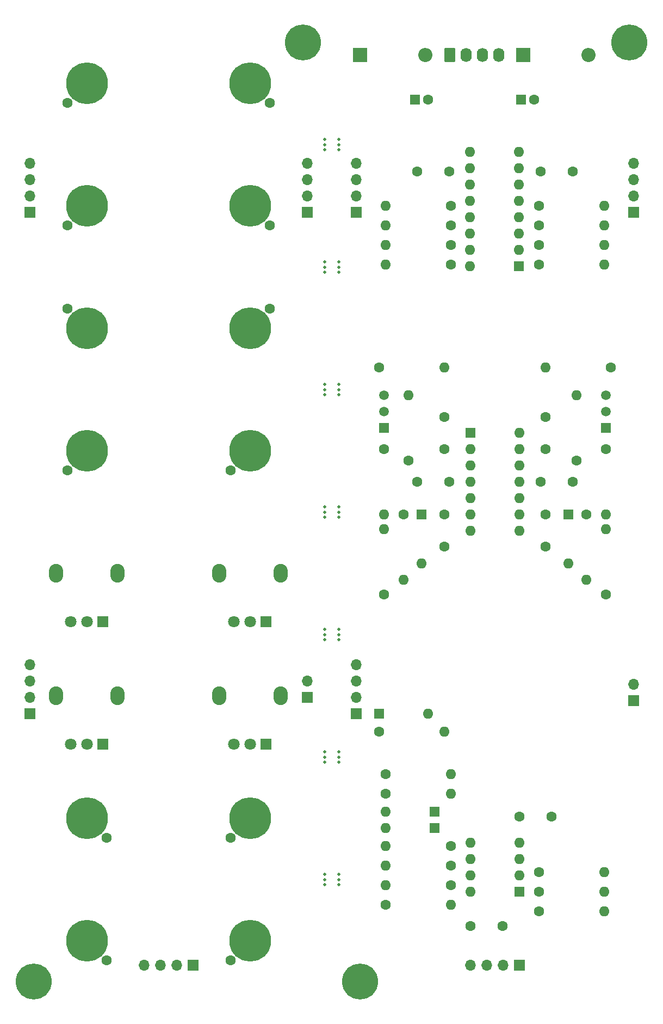
<source format=gts>
%TF.GenerationSoftware,KiCad,Pcbnew,(6.0.6-0)*%
%TF.CreationDate,2022-09-03T01:28:16+01:00*%
%TF.ProjectId,4u-variable-integrator,34752d76-6172-4696-9162-6c652d696e74,r02*%
%TF.SameCoordinates,Original*%
%TF.FileFunction,Soldermask,Top*%
%TF.FilePolarity,Negative*%
%FSLAX46Y46*%
G04 Gerber Fmt 4.6, Leading zero omitted, Abs format (unit mm)*
G04 Created by KiCad (PCBNEW (6.0.6-0)) date 2022-09-03 01:28:16*
%MOMM*%
%LPD*%
G01*
G04 APERTURE LIST*
G04 Aperture macros list*
%AMRoundRect*
0 Rectangle with rounded corners*
0 $1 Rounding radius*
0 $2 $3 $4 $5 $6 $7 $8 $9 X,Y pos of 4 corners*
0 Add a 4 corners polygon primitive as box body*
4,1,4,$2,$3,$4,$5,$6,$7,$8,$9,$2,$3,0*
0 Add four circle primitives for the rounded corners*
1,1,$1+$1,$2,$3*
1,1,$1+$1,$4,$5*
1,1,$1+$1,$6,$7*
1,1,$1+$1,$8,$9*
0 Add four rect primitives between the rounded corners*
20,1,$1+$1,$2,$3,$4,$5,0*
20,1,$1+$1,$4,$5,$6,$7,0*
20,1,$1+$1,$6,$7,$8,$9,0*
20,1,$1+$1,$8,$9,$2,$3,0*%
G04 Aperture macros list end*
%ADD10C,1.600000*%
%ADD11O,1.600000X1.600000*%
%ADD12R,1.500000X1.500000*%
%ADD13C,1.500000*%
%ADD14R,1.700000X1.700000*%
%ADD15O,1.700000X1.700000*%
%ADD16C,5.600000*%
%ADD17C,0.500000*%
%ADD18R,1.600000X1.600000*%
%ADD19R,2.200000X2.200000*%
%ADD20O,2.200000X2.200000*%
%ADD21RoundRect,0.250000X-0.620000X-0.845000X0.620000X-0.845000X0.620000X0.845000X-0.620000X0.845000X0*%
%ADD22O,1.740000X2.190000*%
%ADD23O,2.200000X2.900000*%
%ADD24R,1.800000X1.800000*%
%ADD25C,1.800000*%
%ADD26C,6.500000*%
G04 APERTURE END LIST*
D10*
%TO.C,R21*%
X116332000Y-154940000D03*
D11*
X126492000Y-154940000D03*
%TD*%
D12*
%TO.C,Q2*%
X150622000Y-98044000D03*
D13*
X150622000Y-95504000D03*
X150622000Y-92964000D03*
%TD*%
D10*
%TO.C,C5*%
X126238000Y-58166000D03*
X121238000Y-58166000D03*
%TD*%
%TO.C,R22*%
X140208000Y-170180000D03*
D11*
X150368000Y-170180000D03*
%TD*%
D10*
%TO.C,R11*%
X140208000Y-69596000D03*
D11*
X150368000Y-69596000D03*
%TD*%
D14*
%TO.C,J20*%
X86360000Y-181610000D03*
D15*
X83820000Y-181610000D03*
X81280000Y-181610000D03*
X78740000Y-181610000D03*
%TD*%
D16*
%TO.C,H3*%
X112395000Y-184150000D03*
%TD*%
D17*
%TO.C,mouse-bite-2.54mm-slot*%
X106850000Y-92075000D03*
X109050000Y-91275000D03*
X109050000Y-92875000D03*
X109050000Y-92075000D03*
X106850000Y-91275000D03*
X106850000Y-92875000D03*
%TD*%
D18*
%TO.C,D5*%
X115316000Y-142494000D03*
D11*
X122936000Y-142494000D03*
%TD*%
D16*
%TO.C,H2*%
X103505000Y-38100000D03*
%TD*%
D10*
%TO.C,R8*%
X126492000Y-72644000D03*
D11*
X116332000Y-72644000D03*
%TD*%
D18*
%TO.C,U2*%
X137150000Y-72898000D03*
D11*
X137150000Y-70358000D03*
X137150000Y-67818000D03*
X137150000Y-65278000D03*
X137150000Y-62738000D03*
X137150000Y-60198000D03*
X137150000Y-57658000D03*
X137150000Y-55118000D03*
X129530000Y-55118000D03*
X129530000Y-57658000D03*
X129530000Y-60198000D03*
X129530000Y-62738000D03*
X129530000Y-65278000D03*
X129530000Y-67818000D03*
X129530000Y-70358000D03*
X129530000Y-72898000D03*
%TD*%
D14*
%TO.C,J14*%
X104140000Y-139954000D03*
D15*
X104140000Y-137414000D03*
%TD*%
D10*
%TO.C,R6*%
X126492000Y-63500000D03*
D11*
X116332000Y-63500000D03*
%TD*%
D17*
%TO.C,mouse-bite-2.54mm-slot*%
X106850000Y-73825000D03*
X109050000Y-73025000D03*
X109050000Y-72225000D03*
X106850000Y-73025000D03*
X109050000Y-73825000D03*
X106850000Y-72225000D03*
%TD*%
D10*
%TO.C,C3*%
X141224000Y-111506000D03*
X141224000Y-116506000D03*
%TD*%
D17*
%TO.C,mouse-bite-2.54mm-slot*%
X106850000Y-53975000D03*
X109050000Y-53975000D03*
X106850000Y-54775000D03*
X109050000Y-53175000D03*
X109050000Y-54775000D03*
X106850000Y-53175000D03*
%TD*%
D10*
%TO.C,R19*%
X115316000Y-145288000D03*
D11*
X125476000Y-145288000D03*
%TD*%
D17*
%TO.C,mouse-bite-2.54mm-slot*%
X106850000Y-130175000D03*
X109050000Y-130975000D03*
X109050000Y-129375000D03*
X109050000Y-130175000D03*
X106850000Y-130975000D03*
X106850000Y-129375000D03*
%TD*%
D19*
%TO.C,D4*%
X137795000Y-40005000D03*
D20*
X147955000Y-40005000D03*
%TD*%
D10*
%TO.C,R4*%
X119126000Y-111506000D03*
D11*
X119126000Y-121666000D03*
%TD*%
D10*
%TO.C,R10*%
X140208000Y-66548000D03*
D11*
X150368000Y-66548000D03*
%TD*%
D10*
%TO.C,R1*%
X126492000Y-66548000D03*
D11*
X116332000Y-66548000D03*
%TD*%
D10*
%TO.C,R14*%
X150622000Y-123952000D03*
D11*
X150622000Y-113792000D03*
%TD*%
D19*
%TO.C,D3*%
X112395000Y-40005000D03*
D20*
X122555000Y-40005000D03*
%TD*%
D18*
%TO.C,U4*%
X137160000Y-170180000D03*
D11*
X137160000Y-167640000D03*
X137160000Y-165100000D03*
X137160000Y-162560000D03*
X129540000Y-162560000D03*
X129540000Y-165100000D03*
X129540000Y-167640000D03*
X129540000Y-170180000D03*
%TD*%
D10*
%TO.C,R18*%
X151384000Y-88646000D03*
D11*
X141224000Y-88646000D03*
%TD*%
D18*
%TO.C,D1*%
X121920000Y-111506000D03*
D11*
X121920000Y-119126000D03*
%TD*%
D10*
%TO.C,R15*%
X140208000Y-63500000D03*
D11*
X150368000Y-63500000D03*
%TD*%
D10*
%TO.C,R2*%
X126492000Y-69596000D03*
D11*
X116332000Y-69596000D03*
%TD*%
D10*
%TO.C,C10*%
X142160000Y-158496000D03*
X137160000Y-158496000D03*
%TD*%
D18*
%TO.C,C12*%
X137474888Y-46990000D03*
D10*
X139474888Y-46990000D03*
%TD*%
%TO.C,R28*%
X116332000Y-172212000D03*
D11*
X126492000Y-172212000D03*
%TD*%
D10*
%TO.C,R5*%
X116078000Y-123952000D03*
D11*
X116078000Y-113792000D03*
%TD*%
D10*
%TO.C,R12*%
X146050000Y-103124000D03*
D11*
X146050000Y-92964000D03*
%TD*%
D10*
%TO.C,C9*%
X129540000Y-175514000D03*
X134540000Y-175514000D03*
%TD*%
%TO.C,C8*%
X145462000Y-106426000D03*
X140462000Y-106426000D03*
%TD*%
D14*
%TO.C,J12*%
X104140000Y-64516000D03*
D15*
X104140000Y-61976000D03*
X104140000Y-59436000D03*
X104140000Y-56896000D03*
%TD*%
D10*
%TO.C,R7*%
X116078000Y-101346000D03*
D11*
X116078000Y-111506000D03*
%TD*%
D17*
%TO.C,mouse-bite-2.54mm-slot*%
X106850000Y-149225000D03*
X109050000Y-149225000D03*
X109050000Y-150025000D03*
X106850000Y-150025000D03*
X106850000Y-148425000D03*
X109050000Y-148425000D03*
%TD*%
D21*
%TO.C,J17*%
X126365000Y-40024990D03*
D22*
X128905000Y-40024990D03*
X131445000Y-40024990D03*
X133985000Y-40024990D03*
%TD*%
D10*
%TO.C,R17*%
X140208000Y-72644000D03*
D11*
X150368000Y-72644000D03*
%TD*%
D10*
%TO.C,R23*%
X126492000Y-163068000D03*
D11*
X116332000Y-163068000D03*
%TD*%
D10*
%TO.C,R13*%
X147574000Y-111506000D03*
D11*
X147574000Y-121666000D03*
%TD*%
D16*
%TO.C,H4*%
X154305000Y-38100000D03*
%TD*%
D10*
%TO.C,C7*%
X126238000Y-106426000D03*
X121238000Y-106426000D03*
%TD*%
%TO.C,R20*%
X140208000Y-167132000D03*
D11*
X150368000Y-167132000D03*
%TD*%
D10*
%TO.C,C2*%
X125476000Y-101346000D03*
X125476000Y-96346000D03*
%TD*%
%TO.C,R26*%
X116332000Y-151892000D03*
D11*
X126492000Y-151892000D03*
%TD*%
D14*
%TO.C,J4*%
X60960000Y-142494000D03*
D15*
X60960000Y-139954000D03*
X60960000Y-137414000D03*
X60960000Y-134874000D03*
%TD*%
D10*
%TO.C,C6*%
X145462000Y-58166000D03*
X140462000Y-58166000D03*
%TD*%
D16*
%TO.C,H1*%
X61595000Y-184150000D03*
%TD*%
D10*
%TO.C,R3*%
X119888000Y-103124000D03*
D11*
X119888000Y-92964000D03*
%TD*%
D10*
%TO.C,R24*%
X126492000Y-166116000D03*
D11*
X116332000Y-166116000D03*
%TD*%
D10*
%TO.C,R9*%
X115316000Y-88646000D03*
D11*
X125476000Y-88646000D03*
%TD*%
D17*
%TO.C,mouse-bite-2.54mm-slot*%
X109050000Y-110325000D03*
X106850000Y-111925000D03*
X109050000Y-111125000D03*
X106850000Y-111125000D03*
X106850000Y-110325000D03*
X109050000Y-111925000D03*
%TD*%
D10*
%TO.C,R27*%
X126492000Y-169164000D03*
D11*
X116332000Y-169164000D03*
%TD*%
D14*
%TO.C,J5*%
X60960000Y-64516000D03*
D15*
X60960000Y-61976000D03*
X60960000Y-59436000D03*
X60960000Y-56896000D03*
%TD*%
D18*
%TO.C,D6*%
X123952000Y-157734000D03*
D11*
X116332000Y-157734000D03*
%TD*%
D10*
%TO.C,R16*%
X150622000Y-101346000D03*
D11*
X150622000Y-111506000D03*
%TD*%
D18*
%TO.C,C11*%
X120964888Y-46990000D03*
D10*
X122964888Y-46990000D03*
%TD*%
D17*
%TO.C,mouse-bite-2.54mm-slot*%
X106850000Y-168275000D03*
X106850000Y-167475000D03*
X109050000Y-167475000D03*
X109050000Y-168275000D03*
X106850000Y-169075000D03*
X109050000Y-169075000D03*
%TD*%
D18*
%TO.C,D2*%
X144780000Y-111506000D03*
D11*
X144780000Y-119126000D03*
%TD*%
D10*
%TO.C,C4*%
X141224000Y-101346000D03*
X141224000Y-96346000D03*
%TD*%
%TO.C,C1*%
X125476000Y-111506000D03*
X125476000Y-116506000D03*
%TD*%
D12*
%TO.C,Q1*%
X116078000Y-98044000D03*
D13*
X116078000Y-95504000D03*
X116078000Y-92964000D03*
%TD*%
D18*
%TO.C,U1*%
X129540000Y-98806000D03*
D11*
X129540000Y-101346000D03*
X129540000Y-103886000D03*
X129540000Y-106426000D03*
X129540000Y-108966000D03*
X129540000Y-111506000D03*
X129540000Y-114046000D03*
X137160000Y-114046000D03*
X137160000Y-111506000D03*
X137160000Y-108966000D03*
X137160000Y-106426000D03*
X137160000Y-103886000D03*
X137160000Y-101346000D03*
X137160000Y-98806000D03*
%TD*%
D10*
%TO.C,R25*%
X140208000Y-173228000D03*
D11*
X150368000Y-173228000D03*
%TD*%
D18*
%TO.C,D7*%
X123952000Y-160274000D03*
D11*
X116332000Y-160274000D03*
%TD*%
D23*
%TO.C,RV3*%
X100050000Y-120650000D03*
X90450000Y-120650000D03*
D24*
X97750000Y-128150000D03*
D25*
X95250000Y-128150000D03*
X92750000Y-128150000D03*
%TD*%
D14*
%TO.C,J13*%
X154940000Y-64516000D03*
D15*
X154940000Y-61976000D03*
X154940000Y-59436000D03*
X154940000Y-56896000D03*
%TD*%
D26*
%TO.C,J19*%
X69850000Y-177800000D03*
D10*
X72898000Y-180848000D03*
%TD*%
D26*
%TO.C,J10*%
X95250000Y-82550000D03*
D10*
X98298000Y-79502000D03*
%TD*%
D26*
%TO.C,J16*%
X95250000Y-44450000D03*
D10*
X98298000Y-47498000D03*
%TD*%
%TO.C,J2*%
X66802000Y-66548000D03*
D26*
X69850000Y-63500000D03*
%TD*%
D10*
%TO.C,J18*%
X92202000Y-180848000D03*
D26*
X95250000Y-177800000D03*
%TD*%
D10*
%TO.C,J9*%
X92202000Y-104648000D03*
D26*
X95250000Y-101600000D03*
%TD*%
%TO.C,J22*%
X95250000Y-158750000D03*
D10*
X92202000Y-161798000D03*
%TD*%
D23*
%TO.C,RV1*%
X65050000Y-120650000D03*
X74650000Y-120650000D03*
D24*
X72350000Y-128150000D03*
D25*
X69850000Y-128150000D03*
X67350000Y-128150000D03*
%TD*%
D10*
%TO.C,J8*%
X66802000Y-47498000D03*
D26*
X69850000Y-44450000D03*
%TD*%
D14*
%TO.C,J7*%
X111760000Y-64516000D03*
D15*
X111760000Y-61976000D03*
X111760000Y-59436000D03*
X111760000Y-56896000D03*
%TD*%
D10*
%TO.C,J3*%
X66802000Y-104648000D03*
D26*
X69850000Y-101600000D03*
%TD*%
D23*
%TO.C,RV4*%
X90450000Y-139700000D03*
X100050000Y-139700000D03*
D24*
X97750000Y-147200000D03*
D25*
X95250000Y-147200000D03*
X92750000Y-147200000D03*
%TD*%
D26*
%TO.C,J1*%
X69850000Y-82550000D03*
D10*
X66802000Y-79502000D03*
%TD*%
D14*
%TO.C,J21*%
X137160000Y-181610000D03*
D15*
X134620000Y-181610000D03*
X132080000Y-181610000D03*
X129540000Y-181610000D03*
%TD*%
D26*
%TO.C,J23*%
X69850000Y-158750000D03*
D10*
X72898000Y-161798000D03*
%TD*%
D26*
%TO.C,J11*%
X95250000Y-63500000D03*
D10*
X98298000Y-66548000D03*
%TD*%
D14*
%TO.C,J6*%
X111760000Y-142494000D03*
D15*
X111760000Y-139954000D03*
X111760000Y-137414000D03*
X111760000Y-134874000D03*
%TD*%
D23*
%TO.C,RV2*%
X65050000Y-139700000D03*
X74650000Y-139700000D03*
D24*
X72350000Y-147200000D03*
D25*
X69850000Y-147200000D03*
X67350000Y-147200000D03*
%TD*%
D14*
%TO.C,J15*%
X154940000Y-140462000D03*
D15*
X154940000Y-137922000D03*
%TD*%
M02*

</source>
